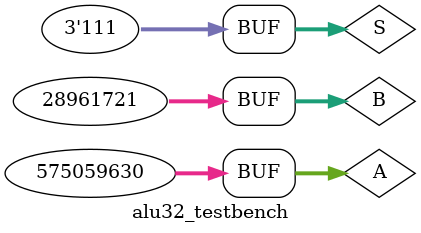
<source format=v>
`timescale 1 ps / 1 ps
module alu32_testbench();

	reg [31:0]A;
	reg [31:0]B;
	reg [2:0]S;
	wire [31:0]R;
	
	alu32 alu32_inst(.A(A),.B(B),.S(S),.R(R));
		
	initial
		begin
				A = 32'b0000_0010_0100_0100_0011_0010_1000_0010;
				B = 32'b0011_0111_1011_1011_1010_1011_1111_1101;
				S = 3'b000;
			#5 S = 3'b001;
			#5 S = 3'b010;
			#5 S = 3'b011;
			#5 S = 3'b100;
			#5 S = 3'b101;
			#5 S = 3'b110;
			#5 S = 3'b111;
			
			#5 A = 32'b0010_0010_0100_0110_1011_0110_1010_1110;
				B = 32'b0000_0001_1011_1001_1110_1011_1011_1001;
				S = 3'b000;
			#5 S = 3'b001;
			#5 S = 3'b010;
			#5 S = 3'b011;
			#5 S = 3'b100;
			#5 S = 3'b101;
			#5 S = 3'b110;
			#5 S = 3'b111;
			
		end
	
	initial
		begin
			$monitor("*************ALU TESTBENCH*************");
			$monitor("****-ALU- time = %2d****\naluop = %3b\ninput1 = %32b\ninput2 = %32b\nresult = %32b",$time,S,A,B,R);

		end

		
		
endmodule
</source>
